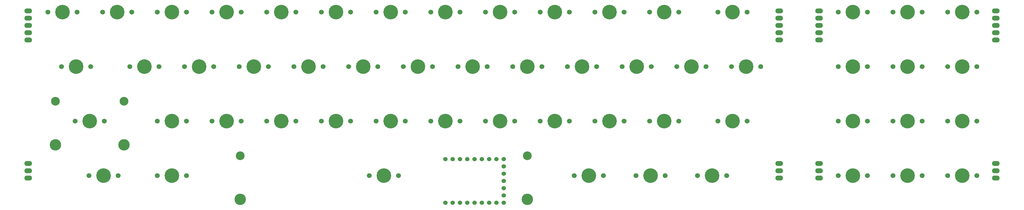
<source format=gts>
G04 #@! TF.GenerationSoftware,KiCad,Pcbnew,8.0.3*
G04 #@! TF.CreationDate,2024-09-06T14:15:15-05:00*
G04 #@! TF.ProjectId,keyboard,6b657962-6f61-4726-942e-6b696361645f,rev?*
G04 #@! TF.SameCoordinates,Original*
G04 #@! TF.FileFunction,Soldermask,Top*
G04 #@! TF.FilePolarity,Negative*
%FSLAX46Y46*%
G04 Gerber Fmt 4.6, Leading zero omitted, Abs format (unit mm)*
G04 Created by KiCad (PCBNEW 8.0.3) date 2024-09-06 14:15:15*
%MOMM*%
%LPD*%
G01*
G04 APERTURE LIST*
%ADD10C,5.100000*%
%ADD11C,1.701800*%
%ADD12C,3.987800*%
%ADD13O,2.700000X1.700000*%
%ADD14C,3.048000*%
%ADD15C,1.524000*%
G04 APERTURE END LIST*
D10*
X76200000Y-113506250D03*
D11*
X327342500Y-170656250D03*
D12*
X332422500Y-170656250D03*
D11*
X337502500Y-170656250D03*
D10*
X95250000Y-170656250D03*
D11*
X137795000Y-132556250D03*
D12*
X142875000Y-132556250D03*
D11*
X147955000Y-132556250D03*
X223520000Y-151606250D03*
D12*
X228600000Y-151606250D03*
D11*
X233680000Y-151606250D03*
D10*
X219075000Y-132556250D03*
X57150000Y-113506250D03*
D11*
X90170000Y-170656250D03*
D12*
X95250000Y-170656250D03*
D11*
X100330000Y-170656250D03*
X285432500Y-151606250D03*
D12*
X290512500Y-151606250D03*
D11*
X295592500Y-151606250D03*
D10*
X295275000Y-132556250D03*
X200025000Y-132556250D03*
X123825000Y-132556250D03*
D13*
X45243750Y-123190000D03*
X45243750Y-120650000D03*
X45243750Y-118110000D03*
X45243750Y-115570000D03*
X45243750Y-113030000D03*
D11*
X327342500Y-113506250D03*
D12*
X332422500Y-113506250D03*
D11*
X337502500Y-113506250D03*
D10*
X261937500Y-170656250D03*
D11*
X128270000Y-113506250D03*
D12*
X133350000Y-113506250D03*
D11*
X138430000Y-113506250D03*
D10*
X370522500Y-170656250D03*
D11*
X285432500Y-113506250D03*
D12*
X290512500Y-113506250D03*
D11*
X295592500Y-113506250D03*
X271145000Y-132556250D03*
D12*
X276225000Y-132556250D03*
D11*
X281305000Y-132556250D03*
X147320000Y-113506250D03*
D12*
X152400000Y-113506250D03*
D11*
X157480000Y-113506250D03*
D10*
X332422500Y-113506250D03*
X332422500Y-170656250D03*
X114300000Y-113506250D03*
X190500000Y-151606250D03*
D11*
X71120000Y-113506250D03*
D12*
X76200000Y-113506250D03*
D11*
X81280000Y-113506250D03*
X327342500Y-132556250D03*
D12*
X332422500Y-132556250D03*
D11*
X337502500Y-132556250D03*
D10*
X370522500Y-132556250D03*
D13*
X382181250Y-113030000D03*
X382181250Y-115570000D03*
X382181250Y-118110000D03*
X382181250Y-120650000D03*
X382181250Y-123190000D03*
D10*
X351472500Y-113506250D03*
D11*
X185420000Y-113506250D03*
D12*
X190500000Y-113506250D03*
D11*
X195580000Y-113506250D03*
D10*
X66675000Y-151606250D03*
X351472500Y-132556250D03*
D14*
X54737000Y-144621250D03*
D12*
X54737000Y-159861250D03*
D11*
X61595000Y-151606250D03*
D12*
X66675000Y-151606250D03*
D11*
X71755000Y-151606250D03*
D14*
X78613000Y-144621250D03*
D12*
X78613000Y-159861250D03*
D13*
X320675000Y-123190000D03*
X320675000Y-120650000D03*
X320675000Y-118110000D03*
X320675000Y-115570000D03*
X320675000Y-113030000D03*
D10*
X95250000Y-151606250D03*
X257175000Y-132556250D03*
X142875000Y-132556250D03*
D11*
X90170000Y-113506250D03*
D12*
X95250000Y-113506250D03*
D11*
X100330000Y-113506250D03*
D10*
X152400000Y-151606250D03*
D11*
X365442500Y-151606250D03*
D12*
X370522500Y-151606250D03*
D11*
X375602500Y-151606250D03*
D10*
X133350000Y-113506250D03*
D11*
X99695000Y-132556250D03*
D12*
X104775000Y-132556250D03*
D11*
X109855000Y-132556250D03*
X80645000Y-132556250D03*
D12*
X85725000Y-132556250D03*
D11*
X90805000Y-132556250D03*
D10*
X266700000Y-113506250D03*
X240506250Y-170656250D03*
X190500000Y-113506250D03*
D11*
X175895000Y-132556250D03*
D12*
X180975000Y-132556250D03*
D11*
X186055000Y-132556250D03*
X194945000Y-132556250D03*
D12*
X200025000Y-132556250D03*
D11*
X205105000Y-132556250D03*
D10*
X114300000Y-151606250D03*
D11*
X213995000Y-132556250D03*
D12*
X219075000Y-132556250D03*
D11*
X224155000Y-132556250D03*
X90170000Y-151606250D03*
D12*
X95250000Y-151606250D03*
D11*
X100330000Y-151606250D03*
D10*
X152400000Y-113506250D03*
X247650000Y-151606250D03*
X209550000Y-113506250D03*
X228600000Y-151606250D03*
D13*
X306775000Y-166370000D03*
X306775000Y-168910000D03*
X306775000Y-171450000D03*
D11*
X166370000Y-113506250D03*
D12*
X171450000Y-113506250D03*
D11*
X176530000Y-113506250D03*
D10*
X104775000Y-132556250D03*
X266700000Y-151606250D03*
D11*
X204470000Y-113506250D03*
D12*
X209550000Y-113506250D03*
D11*
X214630000Y-113506250D03*
X109220000Y-113506250D03*
D12*
X114300000Y-113506250D03*
D11*
X119380000Y-113506250D03*
X166370000Y-151606250D03*
D12*
X171450000Y-151606250D03*
D11*
X176530000Y-151606250D03*
D10*
X351472500Y-151606250D03*
D11*
X66357500Y-170656250D03*
D12*
X71437500Y-170656250D03*
D11*
X76517500Y-170656250D03*
D10*
X133350000Y-151606250D03*
D11*
X128270000Y-151606250D03*
D12*
X133350000Y-151606250D03*
D11*
X138430000Y-151606250D03*
X346392500Y-113506250D03*
D12*
X351472500Y-113506250D03*
D11*
X356552500Y-113506250D03*
X346392500Y-170656250D03*
D12*
X351472500Y-170656250D03*
D11*
X356552500Y-170656250D03*
X52070000Y-113506250D03*
D12*
X57150000Y-113506250D03*
D11*
X62230000Y-113506250D03*
D10*
X171450000Y-151606250D03*
D11*
X147320000Y-151606250D03*
D12*
X152400000Y-151606250D03*
D11*
X157480000Y-151606250D03*
X233045000Y-132556250D03*
D12*
X238125000Y-132556250D03*
D11*
X243205000Y-132556250D03*
D10*
X209550000Y-151606250D03*
X370522500Y-113506250D03*
D11*
X261620000Y-113506250D03*
D12*
X266700000Y-113506250D03*
D11*
X271780000Y-113506250D03*
X346392500Y-151606250D03*
D12*
X351472500Y-151606250D03*
D11*
X356552500Y-151606250D03*
X235426250Y-170656250D03*
D12*
X240506250Y-170656250D03*
D11*
X245586250Y-170656250D03*
D13*
X306775000Y-113030000D03*
X306775000Y-115570000D03*
X306775000Y-118110000D03*
X306775000Y-120650000D03*
X306775000Y-123190000D03*
D10*
X247650000Y-113506250D03*
X169068750Y-170656250D03*
X95250000Y-113506250D03*
X351472500Y-170656250D03*
D11*
X327342500Y-151606250D03*
D12*
X332422500Y-151606250D03*
D11*
X337502500Y-151606250D03*
D10*
X332422500Y-132556250D03*
X290512500Y-151606250D03*
D13*
X382181250Y-166370000D03*
X382181250Y-168910000D03*
X382181250Y-171450000D03*
D11*
X261620000Y-151606250D03*
D12*
X266700000Y-151606250D03*
D11*
X271780000Y-151606250D03*
D10*
X283368750Y-170656250D03*
D11*
X290195000Y-132556250D03*
D12*
X295275000Y-132556250D03*
D11*
X300355000Y-132556250D03*
D10*
X370522500Y-151606250D03*
X332422500Y-151606250D03*
X71437500Y-170656250D03*
X61912500Y-132556250D03*
D11*
X278288750Y-170656250D03*
D12*
X283368750Y-170656250D03*
D11*
X288448750Y-170656250D03*
D10*
X180975000Y-132556250D03*
X290512500Y-113506250D03*
D11*
X256857500Y-170656250D03*
D12*
X261937500Y-170656250D03*
D11*
X267017500Y-170656250D03*
X346392500Y-132556250D03*
D12*
X351472500Y-132556250D03*
D11*
X356552500Y-132556250D03*
X56832500Y-132556250D03*
D12*
X61912500Y-132556250D03*
D11*
X66992500Y-132556250D03*
X252095000Y-132556250D03*
D12*
X257175000Y-132556250D03*
D11*
X262255000Y-132556250D03*
X109220000Y-151606250D03*
D12*
X114300000Y-151606250D03*
D11*
X119380000Y-151606250D03*
X156845000Y-132556250D03*
D12*
X161925000Y-132556250D03*
D11*
X167005000Y-132556250D03*
X204470000Y-151606250D03*
D12*
X209550000Y-151606250D03*
D11*
X214630000Y-151606250D03*
D14*
X119068750Y-163671250D03*
D12*
X119068750Y-178911250D03*
D11*
X163988750Y-170656250D03*
D12*
X169068750Y-170656250D03*
D11*
X174148750Y-170656250D03*
D14*
X219068750Y-163671250D03*
D12*
X219068750Y-178911250D03*
D13*
X45243750Y-171450000D03*
X45243750Y-168910000D03*
X45243750Y-166370000D03*
D11*
X365442500Y-113506250D03*
D12*
X370522500Y-113506250D03*
D11*
X375602500Y-113506250D03*
X242570000Y-151606250D03*
D12*
X247650000Y-151606250D03*
D11*
X252730000Y-151606250D03*
D10*
X171450000Y-113506250D03*
D11*
X185420000Y-151606250D03*
D12*
X190500000Y-151606250D03*
D11*
X195580000Y-151606250D03*
X365442500Y-170656250D03*
D12*
X370522500Y-170656250D03*
D11*
X375602500Y-170656250D03*
X242570000Y-113506250D03*
D12*
X247650000Y-113506250D03*
D11*
X252730000Y-113506250D03*
X223520000Y-113506250D03*
D12*
X228600000Y-113506250D03*
D11*
X233680000Y-113506250D03*
D10*
X228600000Y-113506250D03*
X161925000Y-132556250D03*
X238125000Y-132556250D03*
D13*
X320675000Y-171450000D03*
X320675000Y-168910000D03*
X320675000Y-166370000D03*
D11*
X118745000Y-132556250D03*
D12*
X123825000Y-132556250D03*
D11*
X128905000Y-132556250D03*
X365442500Y-132556250D03*
D12*
X370522500Y-132556250D03*
D11*
X375602500Y-132556250D03*
D10*
X85725000Y-132556250D03*
X276225000Y-132556250D03*
D15*
X190500000Y-180086000D03*
X193040000Y-180086000D03*
X195580000Y-180086000D03*
X198120000Y-180086000D03*
X200660000Y-180086000D03*
X203200000Y-180086000D03*
X205740000Y-180086000D03*
X208280000Y-180086000D03*
X210820000Y-180086000D03*
X210820000Y-177546000D03*
X210820000Y-175006000D03*
X210820000Y-172466000D03*
X210820000Y-169926000D03*
X210820000Y-167386000D03*
X210820000Y-164846000D03*
X208280000Y-164846000D03*
X205740000Y-164846000D03*
X203200000Y-164846000D03*
X200660000Y-164846000D03*
X198120000Y-164846000D03*
X195580000Y-164846000D03*
X193040000Y-164846000D03*
X190500000Y-164846000D03*
M02*

</source>
